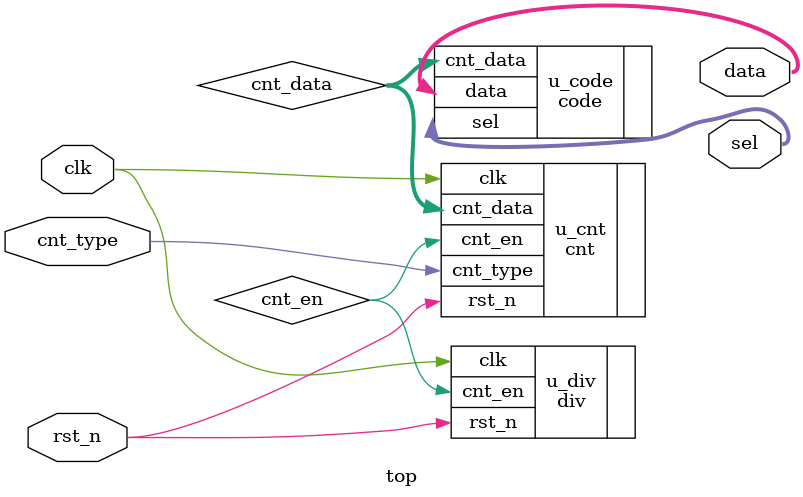
<source format=v>
`timescale 1ns / 1ps
module top(
input				clk,
input				rst_n,
input				cnt_type,
output	[3:0]	sel,
output	[7:0]	data
);


wire 				cnt_en;
wire		[3:0]	cnt_data;

div				u_div(
.clk				(clk		),
.rst_n			(rst_n	),
.cnt_en			(cnt_en	)
);

cnt				u_cnt(
.clk				(clk			),
.rst_n			(rst_n		),
.cnt_en			(cnt_en		),
.cnt_type		(cnt_type	),
.cnt_data		(cnt_data	)
);

code				u_code(
.cnt_data		(cnt_data	),
.sel				(sel			),
.data				(data			)
);

endmodule
</source>
